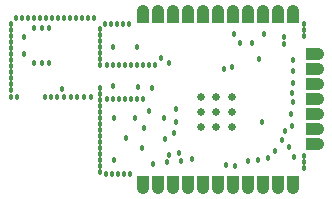
<source format=gbs>
G04 Layer_Color=16711935*
%FSLAX25Y25*%
%MOIN*%
G70*
G01*
G75*
%ADD45R,0.04137X0.04137*%
%ADD52C,0.01800*%
%ADD53C,0.04200*%
%ADD54C,0.02600*%
D45*
X388820Y397719D02*
D03*
Y387719D02*
D03*
Y382719D02*
D03*
Y377719D02*
D03*
Y372719D02*
D03*
Y367719D02*
D03*
Y392719D02*
D03*
X362500Y410310D02*
D03*
X367500D02*
D03*
X342500D02*
D03*
X347500D02*
D03*
X377500D02*
D03*
X352500D02*
D03*
X337500D02*
D03*
X332500D02*
D03*
X382500D02*
D03*
X357500D02*
D03*
X372500D02*
D03*
X342500Y355161D02*
D03*
X347500D02*
D03*
X337500D02*
D03*
X377500D02*
D03*
X352500D02*
D03*
X357500D02*
D03*
X332500D02*
D03*
X382500D02*
D03*
X372500D02*
D03*
X367500D02*
D03*
X362500D02*
D03*
D52*
X341200Y364280D02*
D03*
X342915Y371399D02*
D03*
X339802Y369519D02*
D03*
X372300Y375299D02*
D03*
X363148Y360542D02*
D03*
X345345Y362336D02*
D03*
X340438Y361869D02*
D03*
X374056Y363089D02*
D03*
X362703Y404407D02*
D03*
X362235Y393480D02*
D03*
X322975Y362392D02*
D03*
X332156Y366579D02*
D03*
X326726Y369995D02*
D03*
X329902Y376416D02*
D03*
X322975Y376392D02*
D03*
X330615Y400192D02*
D03*
X290465Y383582D02*
D03*
X328115Y357692D02*
D03*
X326115D02*
D03*
X324115D02*
D03*
X322115D02*
D03*
X320115D02*
D03*
X318115Y358392D02*
D03*
X322615Y400192D02*
D03*
X288398Y403792D02*
D03*
Y405792D02*
D03*
Y407792D02*
D03*
Y395792D02*
D03*
Y397792D02*
D03*
Y399792D02*
D03*
Y401792D02*
D03*
Y393792D02*
D03*
Y391792D02*
D03*
Y389792D02*
D03*
Y387792D02*
D03*
Y385792D02*
D03*
Y383582D02*
D03*
X301935D02*
D03*
X299815Y383642D02*
D03*
X328015Y407692D02*
D03*
X324015D02*
D03*
X322015D02*
D03*
X292743Y403652D02*
D03*
Y397852D02*
D03*
X301357Y394789D02*
D03*
X296157D02*
D03*
X298757D02*
D03*
X301357Y406489D02*
D03*
X298757D02*
D03*
X296157D02*
D03*
X312095Y409792D02*
D03*
X316095D02*
D03*
X310098D02*
D03*
X308098D02*
D03*
X306098D02*
D03*
X304098D02*
D03*
X302098D02*
D03*
X300098D02*
D03*
X298098D02*
D03*
X296098D02*
D03*
X294098D02*
D03*
X292098D02*
D03*
X290098D02*
D03*
X314035D02*
D03*
X386156Y403723D02*
D03*
Y405723D02*
D03*
Y407723D02*
D03*
Y363723D02*
D03*
Y361723D02*
D03*
Y359723D02*
D03*
X318115Y360392D02*
D03*
Y362392D02*
D03*
Y364392D02*
D03*
Y366392D02*
D03*
Y368392D02*
D03*
Y370392D02*
D03*
Y372392D02*
D03*
Y374392D02*
D03*
Y376392D02*
D03*
Y378392D02*
D03*
Y380392D02*
D03*
Y382392D02*
D03*
Y400192D02*
D03*
Y402192D02*
D03*
Y404192D02*
D03*
X368955Y401640D02*
D03*
X364900Y401661D02*
D03*
X382297Y384874D02*
D03*
X382514Y381870D02*
D03*
X334579Y378798D02*
D03*
X360119Y360941D02*
D03*
X372820Y404487D02*
D03*
X382495Y396003D02*
D03*
X382512Y392038D02*
D03*
Y388175D02*
D03*
X382025Y377995D02*
D03*
X332852Y373060D02*
D03*
X343599Y379380D02*
D03*
X379491Y401173D02*
D03*
Y403481D02*
D03*
X371054Y396300D02*
D03*
X339419Y376535D02*
D03*
X335703Y361094D02*
D03*
X378976Y369196D02*
D03*
X343452Y375306D02*
D03*
X382712Y363649D02*
D03*
X382045Y373792D02*
D03*
X379745Y372092D02*
D03*
X381117Y366732D02*
D03*
X376542Y365429D02*
D03*
X370790Y362650D02*
D03*
X367445Y362163D02*
D03*
X348745Y362992D02*
D03*
X344600Y365000D02*
D03*
X335620Y386505D02*
D03*
X338442Y396448D02*
D03*
X341222Y394780D02*
D03*
X359612Y392988D02*
D03*
X336615Y394192D02*
D03*
X320015Y407692D02*
D03*
X318115Y406192D02*
D03*
X326015Y407692D02*
D03*
X328615Y394192D02*
D03*
X324615D02*
D03*
X326615D02*
D03*
X330615D02*
D03*
X320615D02*
D03*
X318115Y396192D02*
D03*
Y398192D02*
D03*
Y394192D02*
D03*
X322615D02*
D03*
X334615D02*
D03*
X332615D02*
D03*
X318115Y384392D02*
D03*
X305415Y386231D02*
D03*
X304005Y383582D02*
D03*
X324615Y382892D02*
D03*
X331004Y386811D02*
D03*
X326615Y382892D02*
D03*
X328615D02*
D03*
X330615D02*
D03*
X332615D02*
D03*
X320615D02*
D03*
X306255Y383542D02*
D03*
X308505Y383662D02*
D03*
X310655Y383622D02*
D03*
X322615Y382892D02*
D03*
X315245Y383562D02*
D03*
X312865Y383582D02*
D03*
X318115Y386392D02*
D03*
X322638Y387205D02*
D03*
D53*
X342500Y353192D02*
D03*
X362500Y412278D02*
D03*
X367500D02*
D03*
X342500D02*
D03*
X347500D02*
D03*
Y353192D02*
D03*
X337500D02*
D03*
X377500D02*
D03*
X352500D02*
D03*
X377500Y412278D02*
D03*
X352500D02*
D03*
X337500D02*
D03*
X332500D02*
D03*
X382500D02*
D03*
X357500D02*
D03*
Y353192D02*
D03*
X332500D02*
D03*
X390789Y397719D02*
D03*
Y387719D02*
D03*
X372500Y412278D02*
D03*
X390789Y382719D02*
D03*
Y377719D02*
D03*
Y372719D02*
D03*
Y367719D02*
D03*
X382500Y353192D02*
D03*
X372500D02*
D03*
X367500D02*
D03*
X362500D02*
D03*
X390789Y392719D02*
D03*
D54*
X362045Y373392D02*
D03*
Y378492D02*
D03*
Y383619D02*
D03*
X356931Y373392D02*
D03*
Y378492D02*
D03*
Y383619D02*
D03*
X351750Y373392D02*
D03*
Y378492D02*
D03*
Y383619D02*
D03*
M02*

</source>
